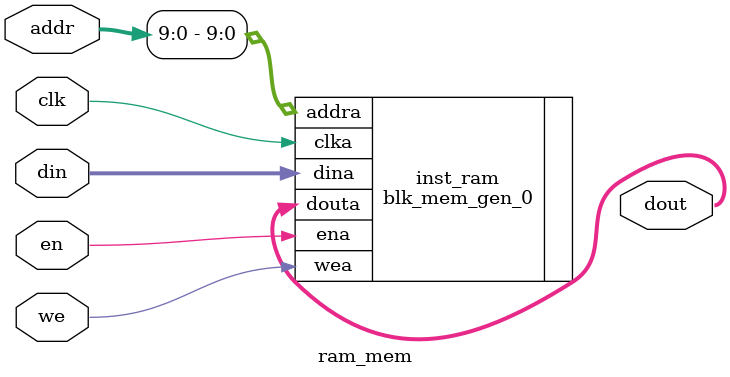
<source format=v>
`timescale 1ns / 1ps

//Ram-Module Used for the Data-Memory
module ram_mem(
    input clk,
    input [31:0]addr,
    input en,input we,
    input [31:0]din,
    output [31:0]dout
    );
    
    blk_mem_gen_0 inst_ram(
        .douta(dout),//data-out
        .addra(addr[9:0]),//addr
        .clka(clk),//clk
        .dina(din),//data-in
        .ena(en),//enable
        .wea(we)//write-enable
     );
endmodule

</source>
